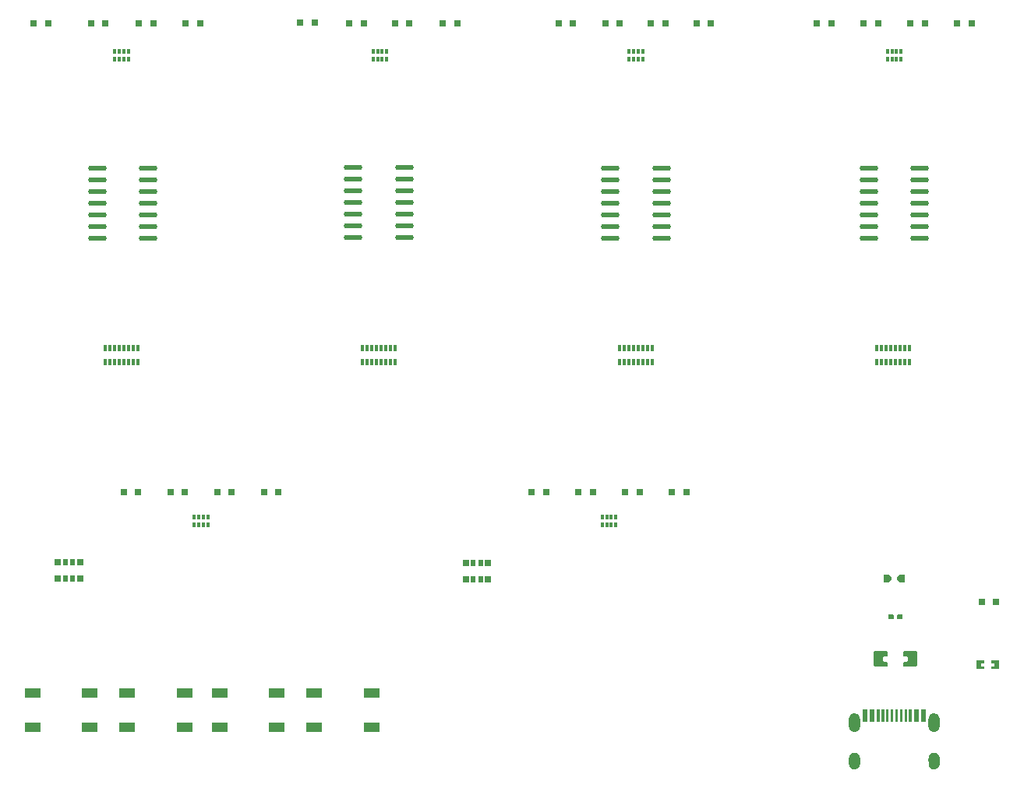
<source format=gtp>
G04 Layer: TopPasteMaskLayer*
G04 EasyEDA v6.5.15, 2022-09-22 11:34:21*
G04 4b7f6f8434e74b0d931dc7ec5f8e676b,5f190de28158457892684f41c71a4f21,10*
G04 Gerber Generator version 0.2*
G04 Scale: 100 percent, Rotated: No, Reflected: No *
G04 Dimensions in millimeters *
G04 leading zeros omitted , absolute positions ,4 integer and 5 decimal *
%FSLAX45Y45*%
%MOMM*%

%AMMACRO1*21,1,$1,$2,0,0,$3*%
%ADD10R,0.8000X0.8000*%
%ADD11R,0.6500X0.8000*%
%ADD12R,0.5000X0.8000*%
%ADD13MACRO1,0.505X0.3X90.0000*%
%ADD14MACRO1,0.505X0.3X-90.0000*%
%ADD15R,0.3000X0.7000*%
%ADD16R,1.8000X1.1000*%
%ADD17O,2.0379944X0.5739892*%
%ADD18O,0.0123X0.5739892*%

%LPD*%
G36*
X10280396Y-13286689D02*
G01*
X10270388Y-13296696D01*
X10270388Y-13333730D01*
X10280396Y-13343737D01*
X10310876Y-13343737D01*
X10320883Y-13353745D01*
X10320883Y-13392454D01*
X10310876Y-13402462D01*
X10280396Y-13402462D01*
X10270388Y-13412469D01*
X10270388Y-13449503D01*
X10280396Y-13459510D01*
X10408920Y-13459510D01*
X10418876Y-13449503D01*
X10418876Y-13296696D01*
X10408920Y-13286689D01*
G37*
G36*
X9961880Y-13286689D02*
G01*
X9951923Y-13296696D01*
X9951923Y-13449503D01*
X9961880Y-13459510D01*
X10090404Y-13459510D01*
X10100411Y-13449503D01*
X10100411Y-13412469D01*
X10090404Y-13402462D01*
X10059924Y-13402462D01*
X10049916Y-13392454D01*
X10049916Y-13353745D01*
X10059924Y-13343737D01*
X10090404Y-13343737D01*
X10100411Y-13333730D01*
X10100411Y-13296696D01*
X10090404Y-13286689D01*
G37*
G36*
X10112400Y-12888417D02*
G01*
X10107422Y-12893395D01*
X10107422Y-12938404D01*
X10112400Y-12943382D01*
X10160406Y-12943382D01*
X10167416Y-12938404D01*
X10167416Y-12893395D01*
X10160406Y-12888417D01*
G37*
G36*
X10210393Y-12888417D02*
G01*
X10203383Y-12893395D01*
X10203383Y-12938404D01*
X10210393Y-12943382D01*
X10258399Y-12943382D01*
X10263378Y-12938404D01*
X10263378Y-12893395D01*
X10258399Y-12888417D01*
G37*
G36*
X11228222Y-13391591D02*
G01*
X11223193Y-13396620D01*
X11223193Y-13419378D01*
X11260175Y-13419378D01*
X11260175Y-13452398D01*
X11223193Y-13452398D01*
X11223193Y-13476579D01*
X11228222Y-13481608D01*
X11308181Y-13481608D01*
X11313210Y-13476579D01*
X11313210Y-13396620D01*
X11308181Y-13391591D01*
G37*
G36*
X11069218Y-13391591D02*
G01*
X11064189Y-13396620D01*
X11064189Y-13476579D01*
X11069218Y-13481608D01*
X11148212Y-13481608D01*
X11153190Y-13476579D01*
X11153190Y-13452398D01*
X11115192Y-13452398D01*
X11115192Y-13419378D01*
X11153190Y-13419378D01*
X11153190Y-13396620D01*
X11148212Y-13391591D01*
G37*
G36*
X10231628Y-12453620D02*
G01*
X10204196Y-12482982D01*
X10204196Y-12510617D01*
X10231628Y-12539980D01*
X10281970Y-12539980D01*
X10288371Y-12533579D01*
X10288371Y-12460020D01*
X10281970Y-12453620D01*
G37*
G36*
X10063429Y-12453620D02*
G01*
X10057028Y-12460020D01*
X10057028Y-12533579D01*
X10063429Y-12539980D01*
X10113772Y-12539980D01*
X10141204Y-12510617D01*
X10141204Y-12482982D01*
X10113772Y-12453620D01*
G37*
G36*
X9739426Y-13965224D02*
G01*
X9732365Y-13965682D01*
X9728860Y-13966190D01*
X9722002Y-13967917D01*
X9718649Y-13969034D01*
X9712198Y-13971930D01*
X9706152Y-13975638D01*
X9700564Y-13979956D01*
X9695586Y-13984986D01*
X9691217Y-13990574D01*
X9687560Y-13996619D01*
X9684664Y-14003070D01*
X9682530Y-14009827D01*
X9681260Y-14016786D01*
X9680854Y-14023848D01*
X9680854Y-14110766D01*
X9681718Y-14117675D01*
X9682429Y-14121079D01*
X9684512Y-14127734D01*
X9687407Y-14134084D01*
X9690963Y-14140027D01*
X9695281Y-14145513D01*
X9700209Y-14150441D01*
X9705695Y-14154759D01*
X9711690Y-14158366D01*
X9718040Y-14161211D01*
X9721291Y-14162379D01*
X9728098Y-14164056D01*
X9735007Y-14164868D01*
X9741052Y-14164970D01*
X9748266Y-14164563D01*
X9755327Y-14163243D01*
X9762185Y-14161109D01*
X9768738Y-14158163D01*
X9774885Y-14154454D01*
X9780524Y-14150035D01*
X9785604Y-14144955D01*
X9790074Y-14139265D01*
X9793782Y-14133118D01*
X9796729Y-14126565D01*
X9798862Y-14119707D01*
X9800183Y-14112646D01*
X9800590Y-14105483D01*
X9800590Y-14019428D01*
X9799726Y-14012519D01*
X9799015Y-14009116D01*
X9796932Y-14002461D01*
X9794087Y-13996111D01*
X9790480Y-13990167D01*
X9786162Y-13984681D01*
X9781235Y-13979753D01*
X9775748Y-13975435D01*
X9769805Y-13971828D01*
X9763455Y-13968984D01*
X9756800Y-13966901D01*
X9749942Y-13965682D01*
X9746488Y-13965326D01*
G37*
G36*
X10603433Y-13965224D02*
G01*
X10596372Y-13965682D01*
X10592866Y-13966190D01*
X10586008Y-13967917D01*
X10582656Y-13969034D01*
X10576204Y-13971930D01*
X10570159Y-13975638D01*
X10564571Y-13979956D01*
X10559592Y-13984986D01*
X10555224Y-13990574D01*
X10551566Y-13996619D01*
X10548670Y-14003070D01*
X10546537Y-14009827D01*
X10545267Y-14016786D01*
X10544860Y-14023848D01*
X10544860Y-14110766D01*
X10545724Y-14117675D01*
X10546435Y-14121079D01*
X10548518Y-14127734D01*
X10551414Y-14134084D01*
X10554970Y-14140027D01*
X10559288Y-14145513D01*
X10564215Y-14150441D01*
X10569702Y-14154759D01*
X10575696Y-14158366D01*
X10582046Y-14161211D01*
X10585297Y-14162379D01*
X10592104Y-14164056D01*
X10599013Y-14164868D01*
X10605109Y-14164970D01*
X10612272Y-14164563D01*
X10619333Y-14163243D01*
X10626191Y-14161109D01*
X10632744Y-14158163D01*
X10638891Y-14154454D01*
X10644530Y-14150035D01*
X10649610Y-14144955D01*
X10654080Y-14139265D01*
X10657789Y-14133118D01*
X10660735Y-14126565D01*
X10662869Y-14119707D01*
X10664190Y-14112646D01*
X10664596Y-14105483D01*
X10664596Y-14019428D01*
X10663732Y-14012519D01*
X10663021Y-14009116D01*
X10660938Y-14002461D01*
X10658094Y-13996111D01*
X10654487Y-13990167D01*
X10650169Y-13984681D01*
X10645241Y-13979753D01*
X10639755Y-13975435D01*
X10633811Y-13971828D01*
X10627461Y-13968984D01*
X10620806Y-13966901D01*
X10613948Y-13965682D01*
X10610494Y-13965326D01*
G37*
G36*
X9739731Y-14393367D02*
G01*
X9732670Y-14393773D01*
X9725660Y-14395043D01*
X9718852Y-14397177D01*
X9712350Y-14400072D01*
X9706305Y-14403781D01*
X9700666Y-14408150D01*
X9695637Y-14413179D01*
X9691268Y-14418767D01*
X9687610Y-14424863D01*
X9684664Y-14431365D01*
X9682530Y-14438172D01*
X9681260Y-14445132D01*
X9680854Y-14452244D01*
X9681057Y-14517268D01*
X9681514Y-14524278D01*
X9682784Y-14531136D01*
X9684969Y-14537740D01*
X9687915Y-14544090D01*
X9691674Y-14549983D01*
X9696145Y-14555368D01*
X9701225Y-14560143D01*
X9706864Y-14564258D01*
X9713010Y-14567611D01*
X9719462Y-14570201D01*
X9726269Y-14571929D01*
X9733178Y-14572792D01*
X9741408Y-14572894D01*
X9748520Y-14572488D01*
X9755581Y-14571167D01*
X9762388Y-14569033D01*
X9768890Y-14566138D01*
X9775037Y-14562429D01*
X9780676Y-14558010D01*
X9785705Y-14552930D01*
X9790125Y-14547342D01*
X9793833Y-14541195D01*
X9796780Y-14534692D01*
X9797948Y-14531289D01*
X9799624Y-14524380D01*
X9800488Y-14517268D01*
X9800742Y-14462455D01*
X9800640Y-14447367D01*
X9799828Y-14440509D01*
X9798151Y-14433753D01*
X9797034Y-14430451D01*
X9794138Y-14424151D01*
X9790582Y-14418208D01*
X9786264Y-14412722D01*
X9781387Y-14407794D01*
X9775901Y-14403527D01*
X9769957Y-14399920D01*
X9763607Y-14397075D01*
X9757003Y-14394992D01*
X9750145Y-14393773D01*
X9743236Y-14393367D01*
G37*
G36*
X10603738Y-14393367D02*
G01*
X10596676Y-14393773D01*
X10589666Y-14395043D01*
X10582859Y-14397177D01*
X10576356Y-14400072D01*
X10570311Y-14403781D01*
X10564672Y-14408150D01*
X10559643Y-14413179D01*
X10555274Y-14418767D01*
X10551617Y-14424863D01*
X10548670Y-14431365D01*
X10546537Y-14438172D01*
X10545267Y-14445132D01*
X10544860Y-14452244D01*
X10545064Y-14517268D01*
X10545521Y-14524278D01*
X10546791Y-14531136D01*
X10548975Y-14537740D01*
X10551922Y-14544090D01*
X10555681Y-14549983D01*
X10560151Y-14555368D01*
X10565231Y-14560143D01*
X10570870Y-14564258D01*
X10577017Y-14567611D01*
X10583468Y-14570201D01*
X10590276Y-14571929D01*
X10597184Y-14572792D01*
X10605414Y-14572894D01*
X10612526Y-14572488D01*
X10619587Y-14571167D01*
X10626394Y-14569033D01*
X10632897Y-14566138D01*
X10639044Y-14562429D01*
X10644682Y-14558010D01*
X10649712Y-14552930D01*
X10654131Y-14547342D01*
X10657840Y-14541195D01*
X10660786Y-14534692D01*
X10661954Y-14531289D01*
X10663631Y-14524380D01*
X10664494Y-14517268D01*
X10664748Y-14462455D01*
X10664647Y-14447367D01*
X10663834Y-14440509D01*
X10662158Y-14433753D01*
X10661040Y-14430451D01*
X10658144Y-14424151D01*
X10654588Y-14418208D01*
X10650270Y-14412722D01*
X10645394Y-14407794D01*
X10639907Y-14403527D01*
X10633964Y-14399920D01*
X10627614Y-14397075D01*
X10621010Y-14394992D01*
X10614152Y-14393773D01*
X10607243Y-14393367D01*
G37*
G36*
X10332720Y-13923314D02*
G01*
X10332720Y-14053210D01*
X10362692Y-14053210D01*
X10362692Y-13923314D01*
G37*
G36*
X10282682Y-13923314D02*
G01*
X10282682Y-14053210D01*
X10312654Y-14053210D01*
X10312654Y-13923314D01*
G37*
G36*
X10232694Y-13923314D02*
G01*
X10232694Y-14053210D01*
X10262717Y-14053210D01*
X10262717Y-13923314D01*
G37*
G36*
X10182707Y-13923314D02*
G01*
X10182707Y-14053210D01*
X10212679Y-14053210D01*
X10212679Y-13923314D01*
G37*
G36*
X10132720Y-13923314D02*
G01*
X10132720Y-14053210D01*
X10162692Y-14053210D01*
X10162692Y-13923314D01*
G37*
G36*
X10082682Y-13923314D02*
G01*
X10082682Y-14053210D01*
X10112705Y-14053210D01*
X10112705Y-13923314D01*
G37*
G36*
X10032695Y-13923314D02*
G01*
X10032695Y-14053210D01*
X10062718Y-14053210D01*
X10062718Y-13923314D01*
G37*
G36*
X9982708Y-13923314D02*
G01*
X9982708Y-14053210D01*
X10012680Y-14053210D01*
X10012680Y-13923314D01*
G37*
G36*
X10387685Y-13923314D02*
G01*
X10387685Y-14053312D01*
X10437723Y-14053312D01*
X10437723Y-13923314D01*
G37*
G36*
X10467695Y-13923314D02*
G01*
X10467695Y-14053312D01*
X10517682Y-14053312D01*
X10517682Y-13923314D01*
G37*
G36*
X9827666Y-13923314D02*
G01*
X9827666Y-14053312D01*
X9877704Y-14053312D01*
X9877704Y-13923314D01*
G37*
G36*
X9907676Y-13923314D02*
G01*
X9907676Y-14053312D01*
X9957714Y-14053312D01*
X9957714Y-13923314D01*
G37*
D10*
G01*
X11014633Y-6463944D03*
G01*
X10854740Y-6464655D03*
G01*
X3877309Y-6451320D03*
G01*
X3717416Y-6452006D03*
G01*
X4410709Y-6464020D03*
G01*
X4250816Y-6464706D03*
G01*
X4906009Y-6464020D03*
G01*
X4746116Y-6464706D03*
G01*
X5426709Y-6464020D03*
G01*
X5266816Y-6464706D03*
G01*
X6684009Y-6464020D03*
G01*
X6524116Y-6464706D03*
G01*
X7192009Y-6464020D03*
G01*
X7032116Y-6464706D03*
G01*
X7687309Y-6464020D03*
G01*
X7527416Y-6464706D03*
G01*
X8182609Y-6464020D03*
G01*
X8022716Y-6464706D03*
G01*
X9490633Y-6463944D03*
G01*
X9330740Y-6464655D03*
G01*
X9998633Y-6463944D03*
G01*
X9838740Y-6464655D03*
G01*
X10506633Y-6463944D03*
G01*
X10346740Y-6464655D03*
D11*
G01*
X5518810Y-12510592D03*
G01*
X5518810Y-12330607D03*
D12*
G01*
X5598795Y-12510592D03*
G01*
X5598795Y-12330607D03*
G01*
X5678804Y-12510592D03*
G01*
X5678804Y-12330607D03*
D11*
G01*
X5758789Y-12510592D03*
G01*
X5758789Y-12330607D03*
G01*
X1326489Y-12317907D03*
G01*
X1326489Y-12497892D03*
D12*
G01*
X1246504Y-12317907D03*
G01*
X1246504Y-12497892D03*
G01*
X1166495Y-12317907D03*
G01*
X1166495Y-12497892D03*
D11*
G01*
X1086510Y-12317907D03*
G01*
X1086510Y-12497892D03*
D10*
G01*
X981633Y-6463944D03*
G01*
X821740Y-6464655D03*
G01*
X1603933Y-6463944D03*
G01*
X1444040Y-6464655D03*
G01*
X2124633Y-6463944D03*
G01*
X1964740Y-6464655D03*
G01*
X2632633Y-6463944D03*
G01*
X2472740Y-6464655D03*
G01*
X11121466Y-12751155D03*
G01*
X11281359Y-12750444D03*
G01*
X6391833Y-11556644D03*
G01*
X6231940Y-11557355D03*
G01*
X6899833Y-11556644D03*
G01*
X6739940Y-11557355D03*
G01*
X7407833Y-11556644D03*
G01*
X7247940Y-11557355D03*
G01*
X7915833Y-11556644D03*
G01*
X7755940Y-11557355D03*
G01*
X3483533Y-11556644D03*
G01*
X3323640Y-11557355D03*
G01*
X2975533Y-11556644D03*
G01*
X2815640Y-11557355D03*
G01*
X2467533Y-11556644D03*
G01*
X2307640Y-11557355D03*
G01*
X1959533Y-11556644D03*
G01*
X1799640Y-11557355D03*
D13*
G01*
X1853002Y-6849948D03*
G01*
X1803002Y-6849948D03*
G01*
X1753002Y-6849948D03*
G01*
X1703002Y-6849948D03*
D14*
G01*
X1853002Y-6764446D03*
G01*
X1803002Y-6764446D03*
G01*
X1753002Y-6764446D03*
G01*
X1703002Y-6764446D03*
D15*
G01*
X1952980Y-9996119D03*
G01*
X1903018Y-9996119D03*
G01*
X1853006Y-9996119D03*
G01*
X1803019Y-9996119D03*
G01*
X1753006Y-9996119D03*
G01*
X1703019Y-9996119D03*
G01*
X1653006Y-9996119D03*
G01*
X1603019Y-9996093D03*
G01*
X1603019Y-10146106D03*
G01*
X1653006Y-10146106D03*
G01*
X1703019Y-10146106D03*
G01*
X1753006Y-10146106D03*
G01*
X1803019Y-10146106D03*
G01*
X1853006Y-10146106D03*
G01*
X1903018Y-10146106D03*
G01*
X1952980Y-10146106D03*
D14*
G01*
X4509697Y-6764451D03*
G01*
X4559697Y-6764451D03*
G01*
X4609697Y-6764451D03*
G01*
X4659697Y-6764451D03*
D13*
G01*
X4509697Y-6849953D03*
G01*
X4559697Y-6849953D03*
G01*
X4609697Y-6849953D03*
G01*
X4659697Y-6849953D03*
D15*
G01*
X4746980Y-9996119D03*
G01*
X4697018Y-9996119D03*
G01*
X4646980Y-9996119D03*
G01*
X4597018Y-9996119D03*
G01*
X4546981Y-9996119D03*
G01*
X4497019Y-9996119D03*
G01*
X4447006Y-9996119D03*
G01*
X4397019Y-9996093D03*
G01*
X4397019Y-10146106D03*
G01*
X4447006Y-10146106D03*
G01*
X4497019Y-10146106D03*
G01*
X4546981Y-10146106D03*
G01*
X4597018Y-10146106D03*
G01*
X4646980Y-10146106D03*
G01*
X4697018Y-10146106D03*
G01*
X4746980Y-10146106D03*
D14*
G01*
X7290997Y-6764451D03*
G01*
X7340997Y-6764451D03*
G01*
X7390997Y-6764451D03*
G01*
X7440997Y-6764451D03*
D13*
G01*
X7290997Y-6849953D03*
G01*
X7340997Y-6849953D03*
G01*
X7390997Y-6849953D03*
G01*
X7440997Y-6849953D03*
D15*
G01*
X7540980Y-9996119D03*
G01*
X7491018Y-9996119D03*
G01*
X7440980Y-9996119D03*
G01*
X7391018Y-9996119D03*
G01*
X7340981Y-9996119D03*
G01*
X7291019Y-9996119D03*
G01*
X7241006Y-9996119D03*
G01*
X7191019Y-9996093D03*
G01*
X7191019Y-10146106D03*
G01*
X7241006Y-10146106D03*
G01*
X7291019Y-10146106D03*
G01*
X7340981Y-10146106D03*
G01*
X7391018Y-10146106D03*
G01*
X7440980Y-10146106D03*
G01*
X7491018Y-10146106D03*
G01*
X7540980Y-10146106D03*
D14*
G01*
X10097697Y-6764451D03*
G01*
X10147697Y-6764451D03*
G01*
X10197697Y-6764451D03*
G01*
X10247697Y-6764451D03*
D13*
G01*
X10097697Y-6849953D03*
G01*
X10147697Y-6849953D03*
G01*
X10197697Y-6849953D03*
G01*
X10247697Y-6849953D03*
D15*
G01*
X10334980Y-9996119D03*
G01*
X10285018Y-9996119D03*
G01*
X10234980Y-9996119D03*
G01*
X10185018Y-9996119D03*
G01*
X10134981Y-9996119D03*
G01*
X10085019Y-9996119D03*
G01*
X10035006Y-9996119D03*
G01*
X9985019Y-9996093D03*
G01*
X9985019Y-10146106D03*
G01*
X10035006Y-10146106D03*
G01*
X10085019Y-10146106D03*
G01*
X10134981Y-10146106D03*
G01*
X10185018Y-10146106D03*
G01*
X10234980Y-10146106D03*
G01*
X10285018Y-10146106D03*
G01*
X10334980Y-10146106D03*
D13*
G01*
X7148902Y-11917248D03*
G01*
X7098902Y-11917248D03*
G01*
X7048902Y-11917248D03*
G01*
X6998902Y-11917248D03*
D14*
G01*
X7148902Y-11831746D03*
G01*
X7098902Y-11831746D03*
G01*
X7048902Y-11831746D03*
G01*
X6998902Y-11831746D03*
G01*
X2566597Y-11831751D03*
G01*
X2616597Y-11831751D03*
G01*
X2666597Y-11831751D03*
G01*
X2716597Y-11831751D03*
D13*
G01*
X2566597Y-11917253D03*
G01*
X2616597Y-11917253D03*
G01*
X2666597Y-11917253D03*
G01*
X2716597Y-11917253D03*
D16*
G01*
X1432026Y-14116913D03*
G01*
X812037Y-14116913D03*
G01*
X1432026Y-13746911D03*
G01*
X812037Y-13746911D03*
G01*
X2460726Y-14116913D03*
G01*
X1840737Y-14116913D03*
G01*
X2460726Y-13746911D03*
G01*
X1840737Y-13746911D03*
G01*
X3464026Y-14116913D03*
G01*
X2844038Y-14116913D03*
G01*
X3464026Y-13746911D03*
G01*
X2844038Y-13746911D03*
G01*
X4492726Y-14116913D03*
G01*
X3872738Y-14116913D03*
G01*
X4492726Y-13746911D03*
G01*
X3872738Y-13746911D03*
D17*
G01*
X1513789Y-8039100D03*
G01*
X1513789Y-8166100D03*
G01*
X1513789Y-8293100D03*
G01*
X1513789Y-8420100D03*
G01*
X1513789Y-8547100D03*
G01*
X1513789Y-8674100D03*
G01*
X1513789Y-8801100D03*
G01*
X2067610Y-8039100D03*
G01*
X2067610Y-8166100D03*
G01*
X2067610Y-8293100D03*
G01*
X2067610Y-8420100D03*
G01*
X2067610Y-8547100D03*
G01*
X2067610Y-8674100D03*
G01*
X2067610Y-8801100D03*
G01*
X4295089Y-8026400D03*
G01*
X4295089Y-8153400D03*
G01*
X4295089Y-8280400D03*
G01*
X4295089Y-8407400D03*
G01*
X4295089Y-8534400D03*
G01*
X4295089Y-8661400D03*
G01*
X4295089Y-8788400D03*
G01*
X4848910Y-8026400D03*
G01*
X4848910Y-8153400D03*
G01*
X4848910Y-8280400D03*
G01*
X4848910Y-8407400D03*
G01*
X4848910Y-8534400D03*
G01*
X4848910Y-8661400D03*
G01*
X4848910Y-8788400D03*
G01*
X7089089Y-8039100D03*
G01*
X7089089Y-8166100D03*
G01*
X7089089Y-8293100D03*
G01*
X7089089Y-8420100D03*
G01*
X7089089Y-8547100D03*
G01*
X7089089Y-8674100D03*
G01*
X7089089Y-8801100D03*
G01*
X7642910Y-8039100D03*
G01*
X7642910Y-8166100D03*
G01*
X7642910Y-8293100D03*
G01*
X7642910Y-8420100D03*
G01*
X7642910Y-8547100D03*
G01*
X7642910Y-8674100D03*
G01*
X7642910Y-8801100D03*
G01*
X9895789Y-8039100D03*
G01*
X9895789Y-8166100D03*
G01*
X9895789Y-8293100D03*
G01*
X9895789Y-8420100D03*
G01*
X9895789Y-8547100D03*
G01*
X9895789Y-8674100D03*
G01*
X9895789Y-8801100D03*
G01*
X10449610Y-8039100D03*
G01*
X10449610Y-8166100D03*
G01*
X10449610Y-8293100D03*
G01*
X10449610Y-8420100D03*
G01*
X10449610Y-8547100D03*
G01*
X10449610Y-8674100D03*
G01*
X10449610Y-8801100D03*
M02*

</source>
